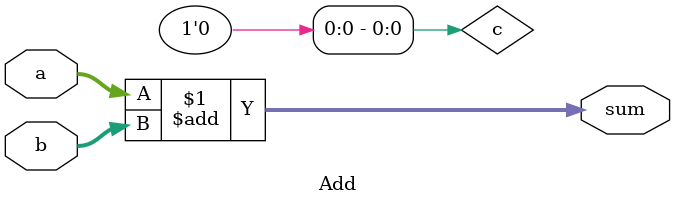
<source format=v>
`timescale 1ns / 1ps
module Add(input  [15:0] a, b, output [15:0] sum);
  wire cout;
  wire [15:0] c;	// carry bits
  assign c[0] = 0;	// carry input
  	// carry output

  // assignment of 16-bit vectors
  assign sum[15:0] = a + b;
  //assign c[16:1]   = (a[15:0] & b[15:0]) | (a[15:0] ^ b[15:0]) & c[15:0];
  //assign f[15:0]= a[15:0]**b[15:0];
endmodule

</source>
